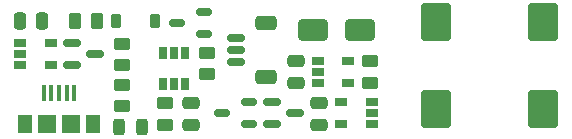
<source format=gbr>
%TF.GenerationSoftware,KiCad,Pcbnew,7.0.10*%
%TF.CreationDate,2024-04-16T15:47:17+10:00*%
%TF.ProjectId,cptibp1a-pcb,63707469-6270-4316-912d-7063622e6b69,rev?*%
%TF.SameCoordinates,Original*%
%TF.FileFunction,Paste,Top*%
%TF.FilePolarity,Positive*%
%FSLAX46Y46*%
G04 Gerber Fmt 4.6, Leading zero omitted, Abs format (unit mm)*
G04 Created by KiCad (PCBNEW 7.0.10) date 2024-04-16 15:47:17*
%MOMM*%
%LPD*%
G01*
G04 APERTURE LIST*
G04 Aperture macros list*
%AMRoundRect*
0 Rectangle with rounded corners*
0 $1 Rounding radius*
0 $2 $3 $4 $5 $6 $7 $8 $9 X,Y pos of 4 corners*
0 Add a 4 corners polygon primitive as box body*
4,1,4,$2,$3,$4,$5,$6,$7,$8,$9,$2,$3,0*
0 Add four circle primitives for the rounded corners*
1,1,$1+$1,$2,$3*
1,1,$1+$1,$4,$5*
1,1,$1+$1,$6,$7*
1,1,$1+$1,$8,$9*
0 Add four rect primitives between the rounded corners*
20,1,$1+$1,$2,$3,$4,$5,0*
20,1,$1+$1,$4,$5,$6,$7,0*
20,1,$1+$1,$6,$7,$8,$9,0*
20,1,$1+$1,$8,$9,$2,$3,0*%
G04 Aperture macros list end*
%ADD10RoundRect,0.250000X-0.450000X0.262500X-0.450000X-0.262500X0.450000X-0.262500X0.450000X0.262500X0*%
%ADD11RoundRect,0.050000X-0.500000X-0.250000X0.500000X-0.250000X0.500000X0.250000X-0.500000X0.250000X0*%
%ADD12RoundRect,0.050000X0.500000X0.250000X-0.500000X0.250000X-0.500000X-0.250000X0.500000X-0.250000X0*%
%ADD13RoundRect,0.150000X-0.587500X-0.150000X0.587500X-0.150000X0.587500X0.150000X-0.587500X0.150000X0*%
%ADD14RoundRect,0.250000X-1.000000X1.350000X-1.000000X-1.350000X1.000000X-1.350000X1.000000X1.350000X0*%
%ADD15RoundRect,0.243750X-0.243750X-0.456250X0.243750X-0.456250X0.243750X0.456250X-0.243750X0.456250X0*%
%ADD16RoundRect,0.250000X-0.475000X0.250000X-0.475000X-0.250000X0.475000X-0.250000X0.475000X0.250000X0*%
%ADD17RoundRect,0.250000X0.450000X-0.262500X0.450000X0.262500X-0.450000X0.262500X-0.450000X-0.262500X0*%
%ADD18RoundRect,0.250000X-0.250000X-0.475000X0.250000X-0.475000X0.250000X0.475000X-0.250000X0.475000X0*%
%ADD19RoundRect,0.050000X-0.250000X0.500000X-0.250000X-0.500000X0.250000X-0.500000X0.250000X0.500000X0*%
%ADD20RoundRect,0.225000X0.225000X0.375000X-0.225000X0.375000X-0.225000X-0.375000X0.225000X-0.375000X0*%
%ADD21R,0.400000X1.350000*%
%ADD22R,1.300000X1.550000*%
%ADD23R,1.500000X1.550000*%
%ADD24RoundRect,0.250000X0.475000X-0.250000X0.475000X0.250000X-0.475000X0.250000X-0.475000X-0.250000X0*%
%ADD25RoundRect,0.250000X-0.262500X-0.450000X0.262500X-0.450000X0.262500X0.450000X-0.262500X0.450000X0*%
%ADD26RoundRect,0.150000X-0.625000X0.150000X-0.625000X-0.150000X0.625000X-0.150000X0.625000X0.150000X0*%
%ADD27RoundRect,0.250000X-0.650000X0.350000X-0.650000X-0.350000X0.650000X-0.350000X0.650000X0.350000X0*%
%ADD28RoundRect,0.150000X0.512500X0.150000X-0.512500X0.150000X-0.512500X-0.150000X0.512500X-0.150000X0*%
%ADD29RoundRect,0.250000X1.000000X0.650000X-1.000000X0.650000X-1.000000X-0.650000X1.000000X-0.650000X0*%
G04 APERTURE END LIST*
D10*
%TO.C,R6*%
X5800000Y-34637500D03*
X5800000Y-36462500D03*
%TD*%
D11*
%TO.C,U1*%
X-23800000Y-33100000D03*
X-23800000Y-34050000D03*
X-23800000Y-35000000D03*
X-21200000Y-35000000D03*
X-21200000Y-33100000D03*
%TD*%
D12*
%TO.C,U6*%
X6000000Y-40000000D03*
X6000000Y-39050000D03*
X6000000Y-38100000D03*
X3400000Y-38100000D03*
X3400000Y-40000000D03*
%TD*%
D13*
%TO.C,Q2*%
X-2437500Y-38100000D03*
X-2437500Y-40000000D03*
X-562500Y-39050000D03*
%TD*%
D14*
%TO.C,C6*%
X11400000Y-31300000D03*
X11400000Y-38700000D03*
%TD*%
D15*
%TO.C,D2*%
X-15387500Y-40250000D03*
X-13512500Y-40250000D03*
%TD*%
D13*
%TO.C,Q1*%
X-19375000Y-33100000D03*
X-19375000Y-35000000D03*
X-17500000Y-34050000D03*
%TD*%
D16*
%TO.C,C4*%
X-450000Y-34600000D03*
X-450000Y-36500000D03*
%TD*%
D10*
%TO.C,R2*%
X-15200000Y-36637500D03*
X-15200000Y-38462500D03*
%TD*%
D17*
%TO.C,R4*%
X-11500000Y-40012500D03*
X-11500000Y-38187500D03*
%TD*%
%TO.C,R5*%
X-7950000Y-35762500D03*
X-7950000Y-33937500D03*
%TD*%
D18*
%TO.C,C1*%
X-23850000Y-31250000D03*
X-21950000Y-31250000D03*
%TD*%
D11*
%TO.C,U5*%
X1400000Y-34600000D03*
X1400000Y-35550000D03*
X1400000Y-36500000D03*
X4000000Y-36500000D03*
X4000000Y-34600000D03*
%TD*%
D19*
%TO.C,U3*%
X-9800000Y-33950000D03*
X-10750000Y-33950000D03*
X-11700000Y-33950000D03*
X-11700000Y-36550000D03*
X-10750000Y-36550000D03*
X-9800000Y-36550000D03*
%TD*%
D20*
%TO.C,D1*%
X-12350000Y-31200000D03*
X-15650000Y-31200000D03*
%TD*%
D21*
%TO.C,J1*%
X-21800000Y-37325000D03*
X-21150000Y-37325000D03*
X-20500000Y-37325000D03*
X-19850000Y-37325000D03*
X-19200000Y-37325000D03*
D22*
X-23400000Y-40000000D03*
D23*
X-21500000Y-40000000D03*
X-19500000Y-40000000D03*
D22*
X-17600000Y-40000000D03*
%TD*%
D14*
%TO.C,C7*%
X20500000Y-31300000D03*
X20500000Y-38700000D03*
%TD*%
D24*
%TO.C,C3*%
X1500000Y-40050000D03*
X1500000Y-38150000D03*
%TD*%
D25*
%TO.C,R1*%
X-19112500Y-31250000D03*
X-17287500Y-31250000D03*
%TD*%
D16*
%TO.C,C2*%
X-9300000Y-38150000D03*
X-9300000Y-40050000D03*
%TD*%
D26*
%TO.C,BT1*%
X-5525000Y-32700000D03*
X-5525000Y-33700000D03*
X-5525000Y-34700000D03*
D27*
X-3000000Y-31400000D03*
X-3000000Y-36000000D03*
%TD*%
D28*
%TO.C,U2*%
X-8262500Y-32350000D03*
X-8262500Y-30450000D03*
X-10537500Y-31400000D03*
%TD*%
D10*
%TO.C,R3*%
X-15200000Y-33175000D03*
X-15200000Y-35000000D03*
%TD*%
D28*
%TO.C,U4*%
X-4450000Y-40000000D03*
X-4450000Y-38100000D03*
X-6725000Y-39050000D03*
%TD*%
D29*
%TO.C,D3*%
X5000000Y-32000000D03*
X1000000Y-32000000D03*
%TD*%
M02*

</source>
